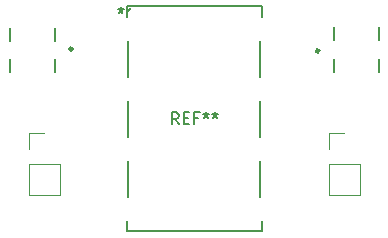
<source format=gbr>
%TF.GenerationSoftware,KiCad,Pcbnew,7.0.8*%
%TF.CreationDate,2024-03-05T13:27:25-05:00*%
%TF.ProjectId,NewLow,4e65774c-6f77-42e6-9b69-6361645f7063,rev?*%
%TF.SameCoordinates,Original*%
%TF.FileFunction,Legend,Top*%
%TF.FilePolarity,Positive*%
%FSLAX46Y46*%
G04 Gerber Fmt 4.6, Leading zero omitted, Abs format (unit mm)*
G04 Created by KiCad (PCBNEW 7.0.8) date 2024-03-05 13:27:25*
%MOMM*%
%LPD*%
G01*
G04 APERTURE LIST*
%ADD10C,0.150000*%
%ADD11C,0.152400*%
%ADD12C,0.127000*%
%ADD13C,0.300000*%
%ADD14C,0.120000*%
G04 APERTURE END LIST*
D10*
X85534666Y-69796819D02*
X85201333Y-69320628D01*
X84963238Y-69796819D02*
X84963238Y-68796819D01*
X84963238Y-68796819D02*
X85344190Y-68796819D01*
X85344190Y-68796819D02*
X85439428Y-68844438D01*
X85439428Y-68844438D02*
X85487047Y-68892057D01*
X85487047Y-68892057D02*
X85534666Y-68987295D01*
X85534666Y-68987295D02*
X85534666Y-69130152D01*
X85534666Y-69130152D02*
X85487047Y-69225390D01*
X85487047Y-69225390D02*
X85439428Y-69273009D01*
X85439428Y-69273009D02*
X85344190Y-69320628D01*
X85344190Y-69320628D02*
X84963238Y-69320628D01*
X85963238Y-69273009D02*
X86296571Y-69273009D01*
X86439428Y-69796819D02*
X85963238Y-69796819D01*
X85963238Y-69796819D02*
X85963238Y-68796819D01*
X85963238Y-68796819D02*
X86439428Y-68796819D01*
X87201333Y-69273009D02*
X86868000Y-69273009D01*
X86868000Y-69796819D02*
X86868000Y-68796819D01*
X86868000Y-68796819D02*
X87344190Y-68796819D01*
X87868000Y-68796819D02*
X87868000Y-69034914D01*
X87629905Y-68939676D02*
X87868000Y-69034914D01*
X87868000Y-69034914D02*
X88106095Y-68939676D01*
X87725143Y-69225390D02*
X87868000Y-69034914D01*
X87868000Y-69034914D02*
X88010857Y-69225390D01*
X88629905Y-68796819D02*
X88629905Y-69034914D01*
X88391810Y-68939676D02*
X88629905Y-69034914D01*
X88629905Y-69034914D02*
X88868000Y-68939676D01*
X88487048Y-69225390D02*
X88629905Y-69034914D01*
X88629905Y-69034914D02*
X88772762Y-69225390D01*
X80645000Y-59906819D02*
X80645000Y-60144914D01*
X80406905Y-60049676D02*
X80645000Y-60144914D01*
X80645000Y-60144914D02*
X80883095Y-60049676D01*
X80502143Y-60335390D02*
X80645000Y-60144914D01*
X80645000Y-60144914D02*
X80787857Y-60335390D01*
X80645000Y-59906819D02*
X80645000Y-60144914D01*
X80406905Y-60049676D02*
X80645000Y-60144914D01*
X80645000Y-60144914D02*
X80883095Y-60049676D01*
X80502143Y-60335390D02*
X80645000Y-60144914D01*
X80645000Y-60144914D02*
X80787857Y-60335390D01*
D11*
%TO.C,REF\u002A\u002A*%
X81153000Y-59817000D02*
X92583000Y-59817000D01*
X81153000Y-60678060D02*
X81153000Y-59817000D01*
X81153000Y-78005940D02*
X81153000Y-78867000D01*
X81153000Y-78867000D02*
X92583000Y-78867000D01*
X81280000Y-62765940D02*
X81280000Y-65758060D01*
X81280000Y-67845940D02*
X81280000Y-70838060D01*
X81280000Y-72925940D02*
X81280000Y-75918060D01*
X81534000Y-59944000D02*
X81280000Y-60198000D01*
X92456000Y-62765940D02*
X92456000Y-65758060D01*
X92456000Y-67845940D02*
X92456000Y-70838060D01*
X92456000Y-72925940D02*
X92456000Y-75918060D01*
X92583000Y-60678060D02*
X92583000Y-59817000D01*
X92583000Y-78005940D02*
X92583000Y-78867000D01*
D12*
X75066500Y-61602750D02*
X75066500Y-62702750D01*
X71266500Y-61602750D02*
X71266500Y-62702750D01*
X75066500Y-64302750D02*
X75066500Y-65402750D01*
X71266500Y-64302750D02*
X71266500Y-65402750D01*
D13*
X76534500Y-63429750D02*
G75*
G03*
X76534500Y-63429750I-100000J0D01*
G01*
D12*
X98669500Y-65397250D02*
X98669500Y-64297250D01*
X102469500Y-65397250D02*
X102469500Y-64297250D01*
X98669500Y-62697250D02*
X98669500Y-61597250D01*
X102469500Y-62697250D02*
X102469500Y-61597250D01*
D13*
X97401500Y-63570250D02*
G75*
G03*
X97401500Y-63570250I-100000J0D01*
G01*
D14*
X98238000Y-70552000D02*
X99568000Y-70552000D01*
X98238000Y-71882000D02*
X98238000Y-70552000D01*
X98238000Y-73152000D02*
X98238000Y-75752000D01*
X98238000Y-73152000D02*
X100898000Y-73152000D01*
X98238000Y-75752000D02*
X100898000Y-75752000D01*
X100898000Y-73152000D02*
X100898000Y-75752000D01*
X72838000Y-70552000D02*
X74168000Y-70552000D01*
X72838000Y-71882000D02*
X72838000Y-70552000D01*
X72838000Y-73152000D02*
X72838000Y-75752000D01*
X72838000Y-73152000D02*
X75498000Y-73152000D01*
X72838000Y-75752000D02*
X75498000Y-75752000D01*
X75498000Y-73152000D02*
X75498000Y-75752000D01*
%TD*%
M02*

</source>
